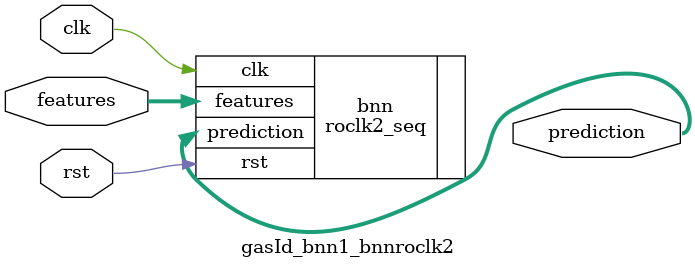
<source format=v>













module gasId_bnn1_bnnroclk2 #(

parameter FEAT_CNT = 128,
parameter HIDDEN_CNT = 40,
parameter FEAT_BITS = 4,
parameter CLASS_CNT = 6,
parameter TEST_CNT = 1000


  ) (
  input clk,
  input rst,
  input [FEAT_CNT*FEAT_BITS-1:0] features,
  output [$clog2(CLASS_CNT)-1:0] prediction
  );

  localparam Weights0 = 5120'b01111111110011111101000001110011011111101111111111000000001000000110100000111101000110100111101000001110100011101110001000010100010110010011101011011101010111111011100011001000000111111110010001011100101111000100111110101100001100111011010111000000010000100001111111011111001110001011000001101110111111111011111111111111000111000101001111110010000010101010101011011000001111111001110100111000001100111101011110011011101010011010011100101111100010100100001011100010000100111101001011011010101000000111000100010001011001100010000100000000110000010000010000010110111111011111110100000000110000111111000011110011100101101100001101011111101001011001100010011100010111111001101011110100111110000110101011000010100111100101111010011111011011001001101010010100110000000110000010010010000000001010000101000011001100110110001101000000100110111010011010000000111100000011001010100001111010100101111111111110001000010100010101100101010000011100000110000001111100000111000110100001000000110000000111110011010001011100110100011111101001101101101001101101110110001101110100101111110001001111111111111101001100111111101100001010110110101111000010111001100111110101111110100000101000011100011100000111010000100100010001100000001000000110001000000110000101011010010111101111101011111001000001100010011000001110000000011111010111010010000001100001101111110101111100011111001100111110111101001100001100011011000110011101110111110110000100100001000000010110001011000010001000011100000011110100011000011000000000010011111000111000011110010101110110111001001010011111110111110000100001011000100110110000111100011111101111110111111100111110001000101010101011111011110010101111111111011111100111000111110000111100100111001101100000100000001011111111111111010100110010101110110001101110000110001011010010001100110111110110000101100000111010100010101001110001000000001010111011001111110111100100001001010110000101100110100001010000101011110011111100111110000111111111001000011000110110001101111011111011100000010111100000011010011010001100101100101010101111111010000000111110000111011010111110011101100110000010100101101001101111111101110111011111110100011100110111001111100100001000000101110011100011011011010010000101000110101010101010111111000001101011111010111011100000010111101001101010110111100100001011110101011110011001001000100000001001100010011001101111000101101000010001000010001000101010100110001011111101111011011100001111011001100000100011000001001110100101101001011110001111100111111011101010111000100000000000111110111111101100100101001001100111101000111100100000101100101100101011011111011100000001110011001011011110111110010001000000000011100110100100111011011110000111111110100111101100010010001000000011000001100110001011001100000111101110011011000000111000100001001111001011111101111101010000101110110101100010100011011100110001010000000001101111111011111101000001000000101010101110001000010111001000011000011111110101001101010100010101001000000000011100000011000001000000100010001110011101110101000010000001000000001000010110001011000110110101001010111011001111111110100111010000000001111000001100010101000000111001010010010110100111011111111001010010100111100000100011011101110000001000000101111111011111110101000010010001001101000011011000010100100000101111111101111111100011010101110000110001011101100100011110000111111101101011010010000000000100101011001100111101100000111000001100101111001110101000101010001001000100010101111011000000010000101011000010100110100111010101111100000000000010000101010010111111100010001000101111101111001100111100110100010000101011101001100100110000100000101000010011000101000011111000101001111110000001100001000010001010011010110001011101010010110111100011110000011011100000110001000001011101100111101000001110000001010111110101110110000100111111110000010010000101110000101100100100111010001110011111010000010101011111011111010001110111011111010011110101110110010111001100000111110110101100101010000001111101001111000111110011001100010011110100000010101101000011100000111010111111001111000000000010000001111101110010011101000011110010010011101101111110010000110000001000001111100110001000011100000110001101001101111010000010100000110000110100011100110110011100111100110110000111010111111001110011111100011011010001100011011100110000100000110101111111111111011001001001011101010010101010100000010010101000101010001101001111011000011010010110000111001000010100111100100111000100000011010011100011010001000011000101110111011101010111011101010111011000010001100101011011111111010001110100011000111000001011111111111111000111100011001011111100010011010011000011110100110111110011111110000110001111111111110100010111011001110101111110100001111100001011001010011011110110111001110100111111101011110110001110000000110010110110110110100000111000001010011000001111001000011000010111000101000011111110001011100000000011110001111101010111110000011011100011111000010111111001111100001110011110110000000001000000010011010111101110011010101010000111111111111111000000000010011011010101101000001111111110011011111000010110000111011111000111110000011001101011000011111001111001010001111000000101111100111011 ;
  localparam Weights1 = 240'b001101100010110011101111111110000101100100111011101110001100100011010110111110010011010000101000111011101111100011011101110101110110000001111111010010111010101110110110000010000111110101011111100011100111010010101100110110001100101001011011 ;

  roclk2_seq #(.FEAT_CNT(FEAT_CNT),.FEAT_BITS(FEAT_BITS),.HIDDEN_CNT(HIDDEN_CNT),.CLASS_CNT(CLASS_CNT),.Weights0(Weights0),.Weights1(Weights1)) bnn (
    .clk(clk),
    .rst(rst),
    .features(features),
    .prediction(prediction)
  );

endmodule

</source>
